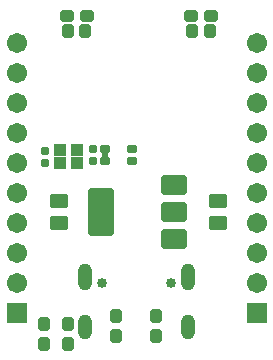
<source format=gbs>
G04*
G04 #@! TF.GenerationSoftware,Altium Limited,Altium Designer,23.4.1 (23)*
G04*
G04 Layer_Color=16711935*
%FSLAX44Y44*%
%MOMM*%
G71*
G04*
G04 #@! TF.SameCoordinates,DEFA907D-C73D-477E-9BAD-7C3FCEA48035*
G04*
G04*
G04 #@! TF.FilePolarity,Negative*
G04*
G01*
G75*
G04:AMPARAMS|DCode=31|XSize=0.7032mm|YSize=0.8032mm|CornerRadius=0.1391mm|HoleSize=0mm|Usage=FLASHONLY|Rotation=270.000|XOffset=0mm|YOffset=0mm|HoleType=Round|Shape=RoundedRectangle|*
%AMROUNDEDRECTD31*
21,1,0.7032,0.5250,0,0,270.0*
21,1,0.4250,0.8032,0,0,270.0*
1,1,0.2782,-0.2625,-0.2125*
1,1,0.2782,-0.2625,0.2125*
1,1,0.2782,0.2625,0.2125*
1,1,0.2782,0.2625,-0.2125*
%
%ADD31ROUNDEDRECTD31*%
G04:AMPARAMS|DCode=33|XSize=0.7032mm|YSize=0.7032mm|CornerRadius=0.1641mm|HoleSize=0mm|Usage=FLASHONLY|Rotation=270.000|XOffset=0mm|YOffset=0mm|HoleType=Round|Shape=RoundedRectangle|*
%AMROUNDEDRECTD33*
21,1,0.7032,0.3750,0,0,270.0*
21,1,0.3750,0.7032,0,0,270.0*
1,1,0.3282,-0.1875,-0.1875*
1,1,0.3282,-0.1875,0.1875*
1,1,0.3282,0.1875,0.1875*
1,1,0.3282,0.1875,-0.1875*
%
%ADD33ROUNDEDRECTD33*%
G04:AMPARAMS|DCode=36|XSize=1.0032mm|YSize=1.1032mm|CornerRadius=0.1616mm|HoleSize=0mm|Usage=FLASHONLY|Rotation=0.000|XOffset=0mm|YOffset=0mm|HoleType=Round|Shape=RoundedRectangle|*
%AMROUNDEDRECTD36*
21,1,1.0032,0.7800,0,0,0.0*
21,1,0.6800,1.1032,0,0,0.0*
1,1,0.3232,0.3400,-0.3900*
1,1,0.3232,-0.3400,-0.3900*
1,1,0.3232,-0.3400,0.3900*
1,1,0.3232,0.3400,0.3900*
%
%ADD36ROUNDEDRECTD36*%
G04:AMPARAMS|DCode=37|XSize=1.1032mm|YSize=1.0032mm|CornerRadius=0.1616mm|HoleSize=0mm|Usage=FLASHONLY|Rotation=180.000|XOffset=0mm|YOffset=0mm|HoleType=Round|Shape=RoundedRectangle|*
%AMROUNDEDRECTD37*
21,1,1.1032,0.6800,0,0,180.0*
21,1,0.7800,1.0032,0,0,180.0*
1,1,0.3232,-0.3900,0.3400*
1,1,0.3232,0.3900,0.3400*
1,1,0.3232,0.3900,-0.3400*
1,1,0.3232,-0.3900,-0.3400*
%
%ADD37ROUNDEDRECTD37*%
%ADD42C,1.7032*%
%ADD43R,1.7032X1.7032*%
%ADD44O,1.2032X2.3032*%
%ADD45O,1.2032X2.1032*%
%ADD46C,0.8532*%
%ADD65R,0.6000X0.6750*%
%ADD66R,1.1032X1.0032*%
G04:AMPARAMS|DCode=67|XSize=1.7032mm|YSize=2.2032mm|CornerRadius=0.2891mm|HoleSize=0mm|Usage=FLASHONLY|Rotation=270.000|XOffset=0mm|YOffset=0mm|HoleType=Round|Shape=RoundedRectangle|*
%AMROUNDEDRECTD67*
21,1,1.7032,1.6250,0,0,270.0*
21,1,1.1250,2.2032,0,0,270.0*
1,1,0.5782,-0.8125,-0.5625*
1,1,0.5782,-0.8125,0.5625*
1,1,0.5782,0.8125,0.5625*
1,1,0.5782,0.8125,-0.5625*
%
%ADD67ROUNDEDRECTD67*%
G04:AMPARAMS|DCode=68|XSize=4.0032mm|YSize=2.2032mm|CornerRadius=0.1516mm|HoleSize=0mm|Usage=FLASHONLY|Rotation=270.000|XOffset=0mm|YOffset=0mm|HoleType=Round|Shape=RoundedRectangle|*
%AMROUNDEDRECTD68*
21,1,4.0032,1.9000,0,0,270.0*
21,1,3.7000,2.2032,0,0,270.0*
1,1,0.3032,-0.9500,-1.8500*
1,1,0.3032,-0.9500,1.8500*
1,1,0.3032,0.9500,1.8500*
1,1,0.3032,0.9500,-1.8500*
%
%ADD68ROUNDEDRECTD68*%
G04:AMPARAMS|DCode=69|XSize=1.1532mm|YSize=1.6032mm|CornerRadius=0.1729mm|HoleSize=0mm|Usage=FLASHONLY|Rotation=270.000|XOffset=0mm|YOffset=0mm|HoleType=Round|Shape=RoundedRectangle|*
%AMROUNDEDRECTD69*
21,1,1.1532,1.2575,0,0,270.0*
21,1,0.8075,1.6032,0,0,270.0*
1,1,0.3457,-0.6288,-0.4037*
1,1,0.3457,-0.6288,0.4037*
1,1,0.3457,0.6288,0.4037*
1,1,0.3457,0.6288,-0.4037*
%
%ADD69ROUNDEDRECTD69*%
G04:AMPARAMS|DCode=70|XSize=1.1032mm|YSize=1.0032mm|CornerRadius=0.1616mm|HoleSize=0mm|Usage=FLASHONLY|Rotation=90.000|XOffset=0mm|YOffset=0mm|HoleType=Round|Shape=RoundedRectangle|*
%AMROUNDEDRECTD70*
21,1,1.1032,0.6800,0,0,90.0*
21,1,0.7800,1.0032,0,0,90.0*
1,1,0.3232,0.3400,0.3900*
1,1,0.3232,0.3400,-0.3900*
1,1,0.3232,-0.3400,-0.3900*
1,1,0.3232,-0.3400,0.3900*
%
%ADD70ROUNDEDRECTD70*%
D31*
X-26670Y176450D02*
D03*
Y166450D02*
D03*
X-3810Y176530D02*
D03*
Y166530D02*
D03*
D33*
X-77470Y175100D02*
D03*
Y165100D02*
D03*
X-36830Y166450D02*
D03*
Y176450D02*
D03*
D36*
X62110Y276860D02*
D03*
X47110D02*
D03*
X-43300D02*
D03*
X-58300D02*
D03*
D37*
X46110Y289560D02*
D03*
X63110D02*
D03*
X-59300D02*
D03*
X-42300D02*
D03*
D42*
X-101600Y165099D02*
D03*
Y114299D02*
D03*
Y88899D02*
D03*
X-101600Y63500D02*
D03*
X-101600Y139699D02*
D03*
X-101600Y190500D02*
D03*
Y215900D02*
D03*
Y241300D02*
D03*
Y266700D02*
D03*
X101600Y215900D02*
D03*
Y190500D02*
D03*
X101600Y139699D02*
D03*
X101600Y63500D02*
D03*
X101600Y88899D02*
D03*
Y114299D02*
D03*
Y165099D02*
D03*
X101600Y241300D02*
D03*
Y266700D02*
D03*
D43*
X-101600Y38100D02*
D03*
X101600D02*
D03*
D44*
X-43251Y67986D02*
D03*
X43251D02*
D03*
D45*
X-43251Y25986D02*
D03*
X43251D02*
D03*
D46*
X-28899Y62987D02*
D03*
X28901D02*
D03*
D65*
X-26672Y171054D02*
D03*
D66*
X-64770Y165100D02*
D03*
X-50770Y165100D02*
D03*
X-64770Y176100D02*
D03*
X-50770D02*
D03*
D67*
X31520Y123190D02*
D03*
Y146190D02*
D03*
Y100190D02*
D03*
D68*
X-30480Y123190D02*
D03*
D69*
X68580Y113940D02*
D03*
Y132440D02*
D03*
X-66040Y114300D02*
D03*
Y132800D02*
D03*
D70*
X16510Y18170D02*
D03*
Y35170D02*
D03*
X-17780Y18170D02*
D03*
Y35170D02*
D03*
X-78740Y11820D02*
D03*
Y28820D02*
D03*
X-58420Y11820D02*
D03*
Y28820D02*
D03*
M02*

</source>
